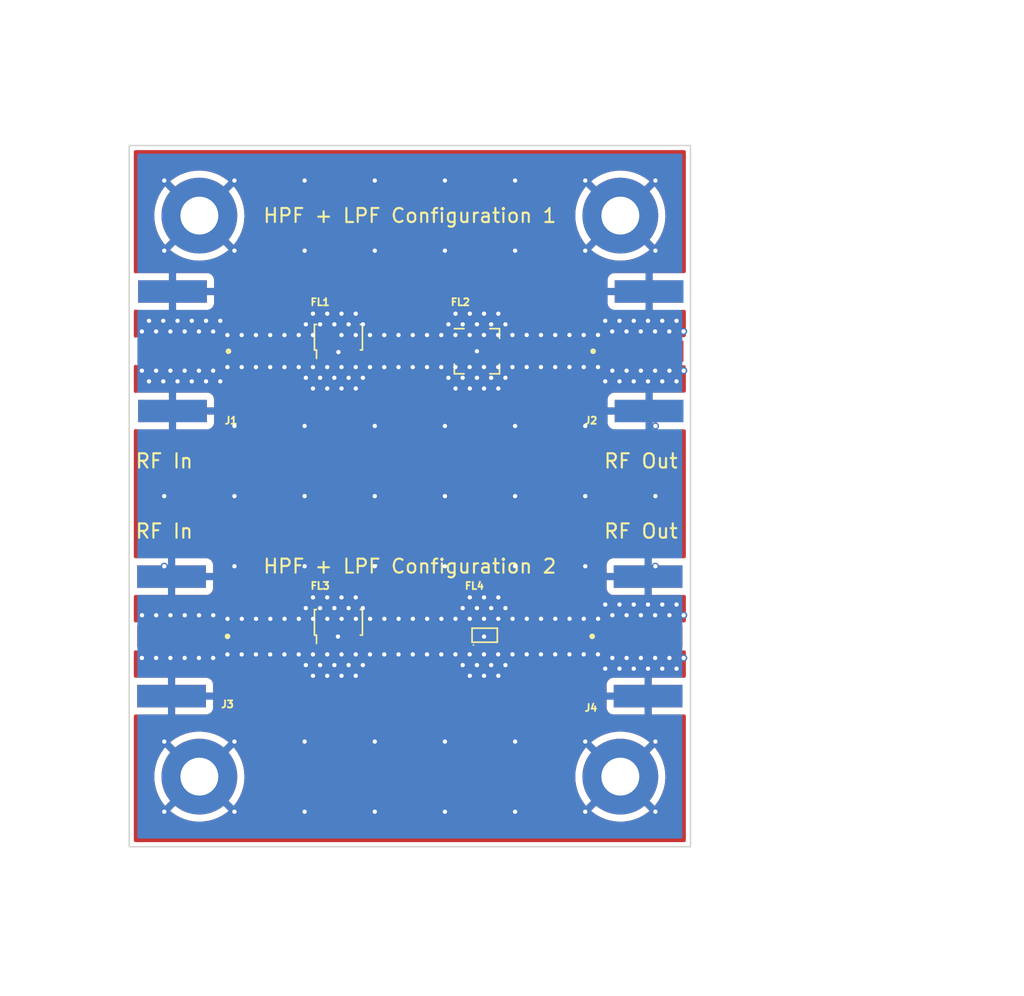
<source format=kicad_pcb>
(kicad_pcb (version 20211014) (generator pcbnew)
  (layers (0 "F.Cu" signal) (31 "B.Cu" signal) (34 "B.Paste" user) (35 "F.Paste" user) (36 "B.SilkS" user "B.Silkscreen") (37 "F.SilkS" user "F.Silkscreen") (38 "B.Mask" user) (39 "F.Mask" user) (44 "Edge.Cuts" user))
  (net 0 "")
  (net 1 "/RF_In1")
  (net 2 "GND")
  (net 3 "/HPF_out1")
  (net 4 "/RF_Out1")
  (net 5 "/RF_In2")
  (net 6 "/HPF_out2")
  (net 7 "/RF_Out2")
  (footprint "MountingHole:MountingHole_2.7mm_M2.5_Pad" (layer "F.Cu") (at 125 135)
    (fp_text reference "H2" hide)
    (fp_text value "M2.5")
    (pad "1" thru_hole circle (at 0 0) (size 5.4 5.4) (drill 2.7) (layers *.Cu *.Mask) (net 2 "GND"))
  )
  (footprint "GGS_RF:JC0603C-1" (layer "F.Cu") (at 144.53301 125.315999)
    (fp_text reference "FL4" (at 0.06699 -3.915999 unlocked) (layer "F.SilkS") (effects (font (size 0.508 0.508) (thickness 0.127))))
    (fp_text value "LFCW-8000+")
    (fp_line (start -0.1 0.1) (end 1.7 0.1) (layer "F.SilkS") (width 0.12))
    (fp_line (start -0.1 -0.9) (end -0.1 0.1) (layer "F.SilkS") (width 0.12))
    (fp_line (start 1.7 -0.9) (end -0.1 -0.9) (layer "F.SilkS") (width 0.12))
    (fp_line (start 1.7 0.1) (end 1.7 -0.9) (layer "F.SilkS") (width 0.12))
    (fp_line (start 0 0.3) (end 0 0.3) (layer "F.SilkS") (width 0.12))
    (pad "1" smd rect (at 0.075 -0.4) (size 0.2 0.35) (layers "F.Cu" "F.Paste" "F.Mask") (net 6 "/HPF_out2"))
    (pad "2" smd rect (at 0.8 -0.075) (size 0.75 0.2) (layers "F.Cu" "F.Paste" "F.Mask") (net 2 "GND"))
    (pad "3" smd rect (at 1.525 -0.4) (size 0.2 0.35) (layers "F.Cu" "F.Paste" "F.Mask") (net 7 "/RF_Out2"))
    (pad "4" smd rect (at 0.8 -0.725) (size 0.75 0.2) (layers "F.Cu" "F.Paste" "F.Mask") (net 2 "GND"))
  )
  (footprint "MountingHole:MountingHole_2.7mm_M2.5_Pad" (layer "F.Cu") (at 155 135)
    (fp_text reference "H4" hide)
    (fp_text value "M2.5")
    (pad "1" thru_hole circle (at 0 0) (size 5.4 5.4) (drill 2.7) (layers *.Cu *.Mask) (net 2 "GND"))
  )
  (footprint "Filter:Filter_Mini-Circuits_FV1206-1" (layer "F.Cu") (at 134.908333 124 90)
    (fp_text reference "FL3" (at 2.6 -1.304333) (layer "F.SilkS") (effects (font (size 0.508 0.508) (thickness 0.127))))
    (fp_text value "HFCN-5500")
    (fp_line (start 0.91 -1.71) (end -0.91 -1.71) (layer "F.SilkS") (width 0.12))
    (fp_line (start 0.91 1.71) (end -0.91 1.71) (layer "F.SilkS") (width 0.12))
    (fp_line (start -0.91 -1.56) (end -0.91 -1.71) (layer "F.SilkS") (width 0.12))
    (fp_line (start -0.91 -1.56) (end -1.51 -1.56) (layer "F.SilkS") (width 0.12))
    (fp_line (start -0.91 1.71) (end -0.91 1.56) (layer "F.SilkS") (width 0.12))
    (fp_line (start 0.91 1.71) (end 0.91 1.56) (layer "F.SilkS") (width 0.12))
    (fp_line (start 0.91 -1.56) (end 0.91 -1.71) (layer "F.SilkS") (width 0.12))
    (pad "1" smd roundrect (at -1.025 -0.99 90) (size 1.07 0.61) (layers "F.Cu" "F.Paste" "F.Mask") (net 5 "/RF_In2"))
    (pad "2" smd roundrect (at -1.025 0 90) (size 1.07 0.61) (layers "F.Cu" "F.Paste" "F.Mask") (net 2 "GND"))
    (pad "3" smd roundrect (at -1.025 0.99 90) (size 1.07 0.61) (layers "F.Cu" "F.Paste" "F.Mask") (net 6 "/HPF_out2"))
    (pad "4" smd roundrect (at 1.025 0.99 90) (size 1.07 0.61) (layers "F.Cu" "F.Paste" "F.Mask") (net 2 "GND"))
    (pad "5" smd roundrect (at 1.025 0 90) (size 1.07 0.61) (layers "F.Cu" "F.Paste" "F.Mask") (net 2 "GND"))
    (pad "6" smd roundrect (at 1.025 -0.99 90) (size 1.07 0.61) (layers "F.Cu" "F.Paste" "F.Mask") (net 2 "GND"))
  )
  (footprint "MountingHole:MountingHole_2.7mm_M2.5_Pad" (layer "F.Cu") (at 155 95)
    (fp_text reference "H3" hide)
    (fp_text value "M2.5")
    (pad "1" thru_hole circle (at 0 0) (size 5.4 5.4) (drill 2.7) (layers *.Cu *.Mask) (net 2 "GND"))
  )
  (footprint "Package_DFN_QFN:QFN-12-1EP_3x3mm_P0.51mm_EP1.45x1.45mm" (layer "F.Cu") (at 144.78 104.669998)
    (fp_text reference "FL2" (at -1.18 -3.499998) (layer "F.SilkS") (effects (font (size 0.508 0.508) (thickness 0.127))))
    (fp_text value "XLF-962+")
    (fp_line (start -0.92 -1.61) (end -1.61 -1.61) (layer "F.SilkS") (width 0.12))
    (fp_line (start 1.61 -1.61) (end 1.61 -0.92) (layer "F.SilkS") (width 0.12))
    (fp_line (start 0.92 -1.61) (end 1.61 -1.61) (layer "F.SilkS") (width 0.12))
    (fp_line (start 1.61 1.61) (end 1.61 0.92) (layer "F.SilkS") (width 0.12))
    (fp_line (start 0.92 1.61) (end 1.61 1.61) (layer "F.SilkS") (width 0.12))
    (fp_line (start -0.92 1.61) (end -1.61 1.61) (layer "F.SilkS") (width 0.12))
    (fp_line (start -1.61 1.61) (end -1.61 0.92) (layer "F.SilkS") (width 0.12))
    (pad "1" smd roundrect locked (at -1.4375 -0.51) (size 0.875 0.3) (layers "F.Cu" "F.Paste" "F.Mask") (net 2 "GND"))
    (pad "2" smd roundrect locked (at -1.4375 0) (size 0.875 0.3) (layers "F.Cu" "F.Paste" "F.Mask") (net 3 "/HPF_out1"))
    (pad "3" smd roundrect locked (at -1.4375 0.51) (size 0.875 0.3) (layers "F.Cu" "F.Paste" "F.Mask") (net 2 "GND"))
    (pad "4" smd roundrect locked (at -0.51 1.4375) (size 0.3 0.875) (layers "F.Cu" "F.Paste" "F.Mask") (net 2 "GND"))
    (pad "5" smd roundrect locked (at 0 1.4375) (size 0.3 0.875) (layers "F.Cu" "F.Paste" "F.Mask") (net 2 "GND"))
    (pad "6" smd roundrect locked (at 0.51 1.4375) (size 0.3 0.875) (layers "F.Cu" "F.Paste" "F.Mask") (net 2 "GND"))
    (pad "7" smd roundrect locked (at 1.4375 0.51) (size 0.875 0.3) (layers "F.Cu" "F.Paste" "F.Mask") (net 2 "GND"))
    (pad "8" smd roundrect locked (at 1.4375 0) (size 0.875 0.3) (layers "F.Cu" "F.Paste" "F.Mask") (net 4 "/RF_Out1"))
    (pad "9" smd roundrect locked (at 1.4375 -0.51) (size 0.875 0.3) (layers "F.Cu" "F.Paste" "F.Mask") (net 2 "GND"))
    (pad "10" smd roundrect locked (at 0.51 -1.4375) (size 0.3 0.875) (layers "F.Cu" "F.Paste" "F.Mask") (net 2 "GND"))
    (pad "11" smd roundrect locked (at 0 -1.4375) (size 0.3 0.875) (layers "F.Cu" "F.Paste" "F.Mask") (net 2 "GND"))
    (pad "12" smd roundrect locked (at -0.51 -1.4375) (size 0.3 0.875) (layers "F.Cu" "F.Paste" "F.Mask") (net 2 "GND"))
    (pad "13" smd rect locked (at 0 0) (size 1.45 1.45) (layers "F.Cu" "F.Mask") (net 2 "GND"))
  )
  (footprint "GGS_Connectors:LINX_CONSMA020.062-G" (layer "F.Cu") (at 120.5675 125 -90)
    (fp_text reference "J3" (at 4.842 -6.4325 180) (layer "F.SilkS") (effects (font (size 0.508 0.508) (thickness 0.127))))
    (fp_text value "SMA")
    (fp_circle (center 0 -6.44) (end 0.1 -6.44) (layer "F.SilkS") (width 0.2) (fill none))
    (pad "1" smd rect locked (at 0 -2.8 270) (size 1.5 5.6) (layers "F.Cu" "F.Paste" "F.Mask") (net 5 "/RF_In2"))
    (pad "S1" smd rect locked (at -4.26 -2.45 270) (size 1.6 4.9) (layers "F.Cu" "F.Paste" "F.Mask") (net 2 "GND"))
    (pad "S2" smd rect locked (at 4.26 -2.45 270) (size 1.6 4.9) (layers "F.Cu" "F.Paste" "F.Mask") (net 2 "GND"))
    (pad "S3" smd rect locked (at -4.26 -2.45 270) (size 1.6 4.9) (layers "B.Cu" "B.Paste" "B.Mask") (net 2 "GND"))
    (pad "S4" smd rect locked (at 4.26 -2.45 270) (size 1.6 4.9) (layers "B.Cu" "B.Paste" "B.Mask") (net 2 "GND"))
  )
  (footprint "GGS_Connectors:LINX_CONSMA020.062-G" (layer "F.Cu") (at 159.5 104.67 90)
    (fp_text reference "J2" (at -4.942 -6.592 180) (layer "F.SilkS") (effects (font (size 0.508 0.508) (thickness 0.127))))
    (fp_text value "SMA" hide)
    (fp_circle (center 0 -6.44) (end 0.1 -6.44) (layer "F.SilkS") (width 0.2) (fill none))
    (pad "1" smd rect locked (at 0 -2.8 90) (size 1.5 5.6) (layers "F.Cu" "F.Paste" "F.Mask") (net 4 "/RF_Out1"))
    (pad "S1" smd rect locked (at -4.26 -2.45 90) (size 1.6 4.9) (layers "F.Cu" "F.Paste" "F.Mask") (net 2 "GND"))
    (pad "S2" smd rect locked (at 4.26 -2.45 90) (size 1.6 4.9) (layers "F.Cu" "F.Paste" "F.Mask") (net 2 "GND"))
    (pad "S3" smd rect locked (at -4.26 -2.45 90) (size 1.6 4.9) (layers "B.Cu" "B.Paste" "B.Mask") (net 2 "GND"))
    (pad "S4" smd rect locked (at 4.26 -2.45 90) (size 1.6 4.9) (layers "B.Cu" "B.Paste" "B.Mask") (net 2 "GND"))
  )
  (footprint "MountingHole:MountingHole_2.7mm_M2.5_Pad" (layer "F.Cu") (at 125 95)
    (fp_text reference "H1" hide)
    (fp_text value "M2.5")
    (pad "1" thru_hole circle (at 0 0) (size 5.4 5.4) (drill 2.7) (layers *.Cu *.Mask) (net 2 "GND"))
  )
  (footprint "GGS_Connectors:LINX_CONSMA020.062-G" (layer "F.Cu") (at 159.4325 125 90)
    (fp_text reference "J4" (at -5.096 -6.5245 180) (layer "F.SilkS") (effects (font (size 0.508 0.508) (thickness 0.127))))
    (fp_text value "SMA")
    (fp_circle (center 0 -6.44) (end 0.1 -6.44) (layer "F.SilkS") (width 0.2) (fill none))
    (pad "1" smd rect locked (at 0 -2.8 90) (size 1.5 5.6) (layers "F.Cu" "F.Paste" "F.Mask") (net 7 "/RF_Out2"))
    (pad "S1" smd rect locked (at -4.26 -2.45 90) (size 1.6 4.9) (layers "F.Cu" "F.Paste" "F.Mask") (net 2 "GND"))
    (pad "S2" smd rect locked (at 4.26 -2.45 90) (size 1.6 4.9) (layers "F.Cu" "F.Paste" "F.Mask") (net 2 "GND"))
    (pad "S3" smd rect locked (at -4.26 -2.45 90) (size 1.6 4.9) (layers "B.Cu" "B.Paste" "B.Mask") (net 2 "GND"))
    (pad "S4" smd rect locked (at 4.26 -2.45 90) (size 1.6 4.9) (layers "B.Cu" "B.Paste" "B.Mask") (net 2 "GND"))
  )
  (footprint "Filter:Filter_Mini-Circuits_FV1206-1" (layer "F.Cu") (at 134.908333 103.670001 90)
    (fp_text reference "FL1" (at 2.500001 -1.308333 180) (layer "F.SilkS") (effects (font (size 0.508 0.508) (thickness 0.127))))
    (fp_text value "HFCN-5500")
    (fp_line (start 0.91 -1.71) (end -0.91 -1.71) (layer "F.SilkS") (width 0.12))
    (fp_line (start 0.91 -1.56) (end 0.91 -1.71) (layer "F.SilkS") (width 0.12))
    (fp_line (start -0.91 -1.56) (end -1.51 -1.56) (layer "F.SilkS") (width 0.12))
    (fp_line (start -0.91 -1.56) (end -0.91 -1.71) (layer "F.SilkS") (width 0.12))
    (fp_line (start 0.91 1.71) (end -0.91 1.71) (layer "F.SilkS") (width 0.12))
    (fp_line (start -0.91 1.71) (end -0.91 1.56) (layer "F.SilkS") (width 0.12))
    (fp_line (start 0.91 1.71) (end 0.91 1.56) (layer "F.SilkS") (width 0.12))
    (pad "1" smd roundrect locked (at -1.025 -0.99 90) (size 1.07 0.61) (layers "F.Cu" "F.Paste" "F.Mask") (net 1 "/RF_In1"))
    (pad "2" smd roundrect locked (at -1.025 0 90) (size 1.07 0.61) (layers "F.Cu" "F.Paste" "F.Mask") (net 2 "GND"))
    (pad "3" smd roundrect locked (at -1.025 0.99 90) (size 1.07 0.61) (layers "F.Cu" "F.Paste" "F.Mask") (net 3 "/HPF_out1"))
    (pad "4" smd roundrect locked (at 1.025 0.99 90) (size 1.07 0.61) (layers "F.Cu" "F.Paste" "F.Mask") (net 2 "GND"))
    (pad "5" smd roundrect locked (at 1.025 0 90) (size 1.07 0.61) (layers "F.Cu" "F.Paste" "F.Mask") (net 2 "GND"))
    (pad "6" smd roundrect locked (at 1.025 -0.99 90) (size 1.07 0.61) (layers "F.Cu" "F.Paste" "F.Mask") (net 2 "GND"))
  )
  (footprint "GGS_Connectors:LINX_CONSMA020.062-G" (layer "F.Cu") (at 120.635 104.67 -90)
    (fp_text reference "J1" (at 4.942 -6.619) (layer "F.SilkS") (effects (font (size 0.508 0.508) (thickness 0.127))))
    (fp_text value "SMA" hide)
    (fp_circle (center 0 -6.44) (end 0.1 -6.44) (layer "F.SilkS") (width 0.2) (fill none))
    (pad "1" smd rect locked (at 0 -2.8 270) (size 1.5 5.6) (layers "F.Cu" "F.Paste" "F.Mask") (net 1 "/RF_In1"))
    (pad "S1" smd rect locked (at -4.26 -2.45 270) (size 1.6 4.9) (layers "F.Cu" "F.Paste" "F.Mask") (net 2 "GND"))
    (pad "S2" smd rect locked (at 4.26 -2.45 270) (size 1.6 4.9) (layers "F.Cu" "F.Paste" "F.Mask") (net 2 "GND"))
    (pad "S3" smd rect locked (at -4.26 -2.45 270) (size 1.6 4.9) (layers "B.Cu" "B.Paste" "B.Mask") (net 2 "GND"))
    (pad "S4" smd rect locked (at 4.26 -2.45 270) (size 1.6 4.9) (layers "B.Cu" "B.Paste" "B.Mask") (net 2 "GND"))
  )
  (gr_rect (start 120 90) (end 160 140) (layer "Edge.Cuts") (width 0.1) (fill none))
  (gr_text "HPF + LPF Configuration 2" (at 140 120) (layer "F.SilkS") (effects (font (size 1 1))))
  (gr_text "RF In" (at 122.5 112.5) (layer "F.SilkS") (effects (font (size 1.016 1.016) (thickness 0.1524))))
  (gr_text "HPF + LPF Configuration 1" (at 140 95) (layer "F.SilkS") (effects (font (size 1 1))))
  (gr_text "RF Out" (at 156.464 117.5) (layer "F.SilkS") (effects (font (size 1.016 1.016) (thickness 0.1524))))
  (gr_text "RF In" (at 122.5 117.5) (layer "F.SilkS") (effects (font (size 1.016 1.016) (thickness 0.1524))))
  (gr_text "RF Out" (at 156.464 112.5) (layer "F.SilkS") (effects (font (size 1.016 1.016) (thickness 0.1524))))
  (segment (start 123.299988 104.67) (end 133.5 104.670001) (width 0.84074) (layer "F.Cu") (net 1))
  (segment (start 145.33301 124.590999) (end 145.33301 123.53701) (width 0.4) (layer "F.Cu") (net 2))
  (segment (start 145.33301 124.590999) (end 145.33301 125.98699) (width 0.4) (layer "F.Cu") (net 2))
  (via (at 154.432 123.492) (size 0.508) (drill 0.3048) (layers "F.Cu" "B.Cu") (net 2))
  (via (at 146.304 101.992) (size 0.508) (drill 0.3048) (layers "F.Cu" "B.Cu") (net 2))
  (via (at 156.464 106.056) (size 0.508) (drill 0.3048) (layers "F.Cu" "B.Cu") (net 2))
  (via (at 124.968 103.262) (size 0.508) (drill 0.3048) (layers "F.Cu" "B.Cu") (net 2))
  (via (at 132.5 132.5) (size 0.508) (drill 0.3048) (layers "F.Cu" "B.Cu") (net 2))
  (via (at 157.5 97.5) (size 0.508) (drill 0.3048) (layers "F.Cu" "B.Cu") (net 2))
  (via (at 153.407125 103.512151) (size 0.508) (drill 0.3048) (layers "F.Cu" "B.Cu") (net 2))
  (via (at 159.512 106.056) (size 0.508) (drill 0.3048) (layers "F.Cu" "B.Cu") (net 2))
  (via (at 144.78 106.564) (size 0.508) (drill 0.3048) (layers "F.Cu" "B.Cu") (net 2))
  (via (at 145.288 127.81) (size 0.508) (drill 0.3048) (layers "F.Cu" "B.Cu") (net 2))
  (via (at 135.636 127.048) (size 0.508) (drill 0.3048) (layers "F.Cu" "B.Cu") (net 2))
  (via (at 123.444 102.5) (size 0.508) (drill 0.3048) (layers "F.Cu" "B.Cu") (net 2))
  (via (at 133.096 126.286) (size 0.508) (drill 0.3048) (layers "F.Cu" "B.Cu") (net 2))
  (via (at 148.327125 105.798151) (size 0.508) (drill 0.3048) (layers "F.Cu" "B.Cu") (net 2))
  (via (at 137.166986 123.748592) (size 0.508) (drill 0.3048) (layers "F.Cu" "B.Cu") (net 2))
  (via (at 155.956 122.73) (size 0.508) (drill 0.3048) (layers "F.Cu" "B.Cu") (net 2))
  (via (at 137.5 92.5) (size 0.508) (drill 0.3048) (layers "F.Cu" "B.Cu") (net 2))
  (via (at 159.004 127.302) (size 0.508) (drill 0.3048) (layers "F.Cu" "B.Cu") (net 2))
  (via (at 140.208 105.802) (size 0.508) (drill 0.3048) (layers "F.Cu" "B.Cu") (net 2))
  (via (at 122.5 92.5) (size 0.508) (drill 0.3048) (layers "F.Cu" "B.Cu") (net 2))
  (via (at 136.150986 123.748592) (size 0.508) (drill 0.3048) (layers "F.Cu" "B.Cu") (net 2))
  (via (at 142.5 97.5) (size 0.508) (drill 0.3048) (layers "F.Cu" "B.Cu") (net 2))
  (via (at 142.748 102.754) (size 0.508) (drill 0.3048) (layers "F.Cu" "B.Cu") (net 2))
  (via (at 136.144 122.222) (size 0.508) (drill 0.3048) (layers "F.Cu" "B.Cu") (net 2))
  (via (at 136.144 105.802) (size 0.508) (drill 0.3048) (layers "F.Cu" "B.Cu") (net 2))
  (via (at 159.004 122.73) (size 0.508) (drill 0.3048) (layers "F.Cu" "B.Cu") (net 2))
  (via (at 153.407125 126.282151) (size 0.508) (drill 0.3048) (layers "F.Cu" "B.Cu") (net 2))
  (via (at 127.5 120) (size 0.508) (drill 0.3048) (layers "F.Cu" "B.Cu") (net 2))
  (via (at 122.936 103.262) (size 0.508) (drill 0.3048) (layers "F.Cu" "B.Cu") (net 2))
  (via (at 138.182986 123.748592) (size 0.508) (drill 0.3048) (layers "F.Cu" "B.Cu") (net 2))
  (via (at 134.62 127.048) (size 0.508) (drill 0.3048) (layers "F.Cu" "B.Cu") (net 2))
  (via (at 154.94 122.73) (size 0.508) (drill 0.3048) (layers "F.Cu" "B.Cu") (net 2))
  (via (at 147.5 97.5) (size 0.508) (drill 0.3048) (layers "F.Cu" "B.Cu") (net 2))
  (via (at 145.28801 125.015999) (size 0.508) (drill 0.3048) (layers "F.Cu" "B.Cu") (net 2))
  (via (at 150.359125 103.512151) (size 0.508) (drill 0.3048) (layers "F.Cu" "B.Cu") (net 2))
  (via (at 147.311125 103.512151) (size 0.508) (drill 0.3048) (layers "F.Cu" "B.Cu") (net 2))
  (via (at 133.604 106.564) (size 0.508) (drill 0.3048) (layers "F.Cu" "B.Cu") (net 2))
  (via (at 145.279125 105.798151) (size 0.508) (drill 0.3048) (layers "F.Cu" "B.Cu") (net 2))
  (via (at 158.496 126.54) (size 0.508) (drill 0.3048) (layers "F.Cu" "B.Cu") (net 2))
  (via (at 128.016 105.802) (size 0.508) (drill 0.3048) (layers "F.Cu" "B.Cu") (net 2))
  (via (at 134.874 125.016) (size 0.508) (drill 0.3048) (layers "F.Cu" "B.Cu") (net 2))
  (via (at 132.5 110) (size 0.508) (drill 0.3048) (layers "F.Cu" "B.Cu") (net 2))
  (via (at 138.176 103.516) (size 0.508) (drill 0.3048) (layers "F.Cu" "B.Cu") (net 2))
  (via (at 156.457014 103.259408) (size 0.508) (drill 0.3048) (layers "F.Cu" "B.Cu") (net 2))
  (via (at 145.796 122.984) (size 0.508) (drill 0.3048) (layers "F.Cu" "B.Cu") (net 2))
  (via (at 121.92 106.056) (size 0.508) (drill 0.3048) (layers "F.Cu" "B.Cu") (net 2))
  (via (at 121.92 103.262) (size 0.508) (drill 0.3048) (layers "F.Cu" "B.Cu") (net 2))
  (via (at 137.16 126.286) (size 0.508) (drill 0.3048) (layers "F.Cu" "B.Cu") (net 2))
  (via (at 135.636 122.984) (size 0.508) (drill 0.3048) (layers "F.Cu" "B.Cu") (net 2))
  (via (at 157.48 106.056) (size 0.508) (drill 0.3048) (layers "F.Cu" "B.Cu") (net 2))
  (via (at 133.096 101.992) (size 0.508) (drill 0.3048) (layers "F.Cu" "B.Cu") (net 2))
  (via (at 124.974986 123.494592) (size 0.508) (drill 0.3048) (layers "F.Cu" "B.Cu") (net 2))
  (via (at 153.924 122.73) (size 0.508) (drill 0.3048) (layers "F.Cu" "B.Cu") (net 2))
  (via (at 150.366111 123.744743) (size 0.508) (drill 0.3048) (layers "F.Cu" "B.Cu") (net 2))
  (via (at 132.5 97.5) (size 0.508) (drill 0.3048) (layers "F.Cu" "B.Cu") (net 2))
  (via (at 158.496 123.492) (size 0.508) (drill 0.3048) (layers "F.Cu" "B.Cu") (net 2))
  (via (at 157.48 126.54) (size 0.508) (drill 0.3048) (layers "F.Cu" "B.Cu") (net 2))
  (via (at 153.924 102.5) (size 0.508) (drill 0.3048) (layers "F.Cu" "B.Cu") (net 2))
  (via (at 146.812 122.984) (size 0.508) (drill 0.3048) (layers "F.Cu" "B.Cu") (net 2))
  (via (at 150.359125 105.798151) (size 0.508) (drill 0.3048) (layers "F.Cu" "B.Cu") (net 2))
  (via (at 134.112 105.802) (size 0.508) (drill 0.3048) (layers "F.Cu" "B.Cu") (net 2))
  (via (at 134.112 126.286) (size 0.508) (drill 0.3048) (layers "F.Cu" "B.Cu") (net 2))
  (via (at 159.004 102.5) (size 0.508) (drill 0.3048) (layers "F.Cu" "B.Cu") (net 2))
  (via (at 155.448 123.492) (size 0.508) (drill 0.3048) (layers "F.Cu" "B.Cu") (net 2))
  (via (at 135.128 107.326) (size 0.508) (drill 0.3048) (layers "F.Cu" "B.Cu") (net 2))
  (via (at 154.94 127.302) (size 0.508) (drill 0.3048) (layers "F.Cu" "B.Cu") (net 2))
  (via (at 123.444 106.818) (size 0.508) (drill 0.3048) (layers "F.Cu" "B.Cu") (net 2))
  (via (at 127.5 137.5) (size 0.508) (drill 0.3048) (layers "F.Cu" "B.Cu") (net 2))
  (via (at 122.936 126.54) (size 0.508) (drill 0.3048) (layers "F.Cu" "B.Cu") (net 2))
  (via (at 136.144 126.286) (size 0.508) (drill 0.3048) (layers "F.Cu" "B.Cu") (net 2))
  (via (at 141.230986 123.748592) (size 0.508) (drill 0.3048) (layers "F.Cu" "B.Cu") (net 2))
  (via (at 154.94 102.5) (size 0.508) (drill 0.3048) (layers "F.Cu" "B.Cu") (net 2))
  (via (at 140.208 126.286) (size 0.508) (drill 0.3048) (layers "F.Cu" "B.Cu") (net 2))
  (via (at 145.796 102.754) (size 0.508) (drill 0.3048) (layers "F.Cu" "B.Cu") (net 2))
  (via (at 136.144 127.81) (size 0.508) (drill 0.3048) (layers "F.Cu" "B.Cu") (net 2))
  (via (at 141.224 126.286) (size 0.508) (drill 0.3048) (layers "F.Cu" "B.Cu") (net 2))
  (via (at 156.972 102.5) (size 0.508) (drill 0.3048) (layers "F.Cu" "B.Cu") (net 2))
  (via (at 132.588 122.984) (size 0.508) (drill 0.3048) (layers "F.Cu" "B.Cu") (net 2))
  (via (at 132.5 137.5) (size 0.508) (drill 0.3048) (layers "F.Cu" "B.Cu") (net 2))
  (via (at 133.604 122.984) (size 0.508) (drill 0.3048) (layers "F.Cu" "B.Cu") (net 2))
  (via (at 122.5 97.5) (size 0.508) (drill 0.3048) (layers "F.Cu" "B.Cu") (net 2))
  (via (at 130.054986 123.748592) (size 0.508) (drill 0.3048) (layers "F.Cu" "B.Cu") (net 2))
  (via (at 137.5 97.5) (size 0.508) (drill 0.3048) (layers "F.Cu" "B.Cu") (net 2))
  (via (at 134.62 106.564) (size 0.508) (drill 0.3048) (layers "F.Cu" "B.Cu") (net 2))
  (via (at 143.247125 105.798151) (size 0.508) (drill 0.3048) (layers "F.Cu" "B.Cu") (net 2))
  (via (at 140.214986 123.748592) (size 0.508) (drill 0.3048) (layers "F.Cu" "B.Cu") (net 2))
  (via (at 125.984 126.54) (size 0.508) (drill 0.3048) (layers "F.Cu" "B.Cu") (net 2))
  (via (at 149.343125 105.798151) (size 0.508) (drill 0.3048) (layers "F.Cu" "B.Cu") (net 2))
  (via (at 147.318111 123.744743) (size 0.508) (drill 0.3048) (layers "F.Cu" "B.Cu") (net 2))
  (via (at 146.812 127.048) (size 0.508) (drill 0.3048) (layers "F.Cu" "B.Cu") (net 2))
  (via (at 135.134986 123.748592) (size 0.508) (drill 0.3048) (layers "F.Cu" "B.Cu") (net 2))
  (via (at 159.004 106.818) (size 0.508) (drill 0.3048) (layers "F.Cu" "B.Cu") (net 2))
  (via (at 151.382111 123.744743) (size 0.508) (drill 0.3048) (layers "F.Cu" "B.Cu") (net 2))
  (via (at 125.476 102.5) (size 0.508) (drill 0.3048) (layers "F.Cu" "B.Cu") (net 2))
  (via (at 132.5 120) (size 0.508) (drill 0.3048) (layers "F.Cu" "B.Cu") (net 2))
  (via (at 154.94 106.818) (size 0.508) (drill 0.3048) (layers "F.Cu" "B.Cu") (net 2))
  (via (at 142.5 132.5) (size 0.508) (drill 0.3048) (layers "F.Cu" "B.Cu") (net 2))
  (via (at 132.5 115) (size 0.508) (drill 0.3048) (layers "F.Cu" "B.Cu") (net 2))
  (via (at 145.288 107.326) (size 0.508) (drill 0.3048) (layers "F.Cu" "B.Cu") (net 2))
  (via (at 153.414111 123.744743) (size 0.508) (drill 0.3048) (layers "F.Cu" "B.Cu") (net 2))
  (via (at 145.796 127.048) (size 0.508) (drill 0.3048) (layers "F.Cu" "B.Cu") (net 2))
  (via (at 136.652 106.564) (size 0.508) (drill 0.3048) (layers "F.Cu" "B.Cu") (net 2))
  (via (at 139.192 103.516) (size 0.508) (drill 0.3048) (layers "F.Cu" "B.Cu") (net 2))
  (via (at 122.428 102.5) (size 0.508) (drill 0.3048) (layers "F.Cu" "B.Cu") (net 2))
  (via (at 127.5 115) (size 0.508) (drill 0.3048) (layers "F.Cu" "B.Cu") (net 2))
  (via (at 136.652 102.754) (size 0.508) (drill 0.3048) (layers "F.Cu" "B.Cu") (net 2))
  (via (at 126.492 106.818) (size 0.508) (drill 0.3048) (layers "F.Cu" "B.Cu") (net 2))
  (via (at 155.448 126.54) (size 0.508) (drill 0.3048) (layers "F.Cu" "B.Cu") (net 2))
  (via (at 123.952 126.54) (size 0.508) (drill 0.3048) (layers "F.Cu" "B.Cu") (net 2))
  (via (at 143.247125 126.282151) (size 0.508) (drill 0.3048) (layers "F.Cu" "B.Cu") (net 2))
  (via (at 121.412 106.818) (size 0.508) (drill 0.3048) (layers "F.Cu" "B.Cu") (net 2))
  (via (at 122.5 132.5) (size 0.508) (drill 0.3048) (layers "F.Cu" "B.Cu") (net 2))
  (via (at 142.5 120) (size 0.508) (drill 0.3048) (layers "F.Cu" "B.Cu") (net 2))
  (via (at 145.279125 126.282151) (size 0.508) (drill 0.3048) (layers "F.Cu" "B.Cu") (net 2))
  (via (at 128.022986 123.748592) (size 0.508) (drill 0.3048) (layers "F.Cu" "B.Cu") (net 2))
  (via (at 152.5 132.5) (size 0.508) (drill 0.3048) (layers "F.Cu" "B.Cu") (net 2))
  (via (at 129.032 103.516) (size 0.508) (drill 0.3048) (layers "F.Cu" "B.Cu") (net 2))
  (via (at 154.432 106.056) (size 0.508) (drill 0.3048) (layers "F.Cu" "B.Cu") (net 2))
  (via (at 152.5 115) (size 0.508) (drill 0.3048) (layers "F.Cu" "B.Cu") (net 2))
  (via (at 152.5 92.5) (size 0.508) (drill 0.3048) (layers "F.Cu" "B.Cu") (net 2))
  (via (at 134.112 101.992) (size 0.508) (drill 0.3048) (layers "F.Cu" "B.Cu") (net 2))
  (via (at 142.5 92.5) (size 0.508) (drill 0.3048) (layers "F.Cu" "B.Cu") (net 2))
  (via (at 157.988 102.5) (size 0.508) (drill 0.3048) (layers "F.Cu" "B.Cu") (net 2))
  (via (at 133.096 122.222) (size 0.508) (drill 0.3048) (layers "F.Cu" "B.Cu") (net 2))
  (via (at 143.764 122.984) (size 0.508) (drill 0.3048) (layers "F.Cu" "B.Cu") (net 2))
  (via (at 124.968 126.54) (size 0.508) (drill 0.3048) (layers "F.Cu" "B.Cu") (net 2))
  (via (at 137.5 137.5) (size 0.508) (drill 0.3048) (layers "F.Cu" "B.Cu") (net 2))
  (via (at 146.295125 105.798151) (size 0.508) (drill 0.3048) (layers "F.Cu" "B.Cu") (net 2))
  (via (at 132.08 126.286) (size 0.508) (drill 0.3048) (layers "F.Cu" "B.Cu") (net 2))
  (via (at 144.272 101.992) (size 0.508) (drill 0.3048) (layers "F.Cu" "B.Cu") (net 2))
  (via (at 137.5 120) (size 0.508) (drill 0.3048) (layers "F.Cu" "B.Cu") (net 2))
  (via (at 155.956 127.302) (size 0.508) (drill 0.3048) (layers "F.Cu" "B.Cu") (net 2))
  (via (at 129.038986 123.748592) (size 0.508) (drill 0.3048) (layers "F.Cu" "B.Cu") (net 2))
  (via (at 156.972 106.818) (size 0.508) (drill 0.3048) (layers "F.Cu" "B.Cu") (net 2))
  (via (at 155.956 102.5) (size 0.508) (drill 0.3048) (layers "F.Cu" "B.Cu") (net 2))
  (via (at 156.972 122.73) (size 0.508) (drill 0.3048) (layers "F.Cu" "B.Cu") (net 2))
  (via (at 152.398111 123.744743) (size 0.508) (drill 0.3048) (layers "F.Cu" "B.Cu") (net 2))
  (via (at 137.16 103.516) (size 0.508) (drill 0.3048) (layers "F.Cu" "B.Cu") (net 2))
  (via (at 139.198986 123.748592) (size 0.508) (drill 0.3048) (layers "F.Cu" "B.Cu") (net 2))
  (via (at 134.112 107.326) (size 0.508) (drill 0.3048) (layers "F.Cu" "B.Cu") (net 2))
  (via (at 159.512 126.54) (size 0.508) (drill 0.3048) (layers "F.Cu" "B.Cu") (net 2))
  (via (at 131.064 103.516) (size 0.508) (drill 0.3048) (layers "F.Cu" "B.Cu") (net 2))
  (via (at 127.5 92.5) (size 0.508) (drill 0.3048) (layers "F.Cu" "B.Cu") (net 2))
  (via (at 122.936 106.056) (size 0.508) (drill 0.3048) (layers "F.Cu" "B.Cu") (net 2))
  (via (at 136.144 103.516) (size 0.508) (drill 0.3048) (layers "F.Cu" "B.Cu") (net 2))
  (via (at 159.505014 103.259408) (size 0.508) (drill 0.3048) (layers "F.Cu" "B.Cu") (net 2))
  (via (at 158.489014 103.259408) (size 0.508) (drill 0.3048) (layers "F.Cu" "B.Cu") (net 2))
  (via (at 132.086986 123.748592) (size 0.508) (drill 0.3048) (layers "F.Cu" "B.Cu") (net 2))
  (via (at 137.5 132.5) (size 0.508) (drill 0.3048) (layers "F.Cu" "B.Cu") (net 2))
  (via (at 128.016 103.516) (size 0.508) (drill 0.3048) (layers "F.Cu" "B.Cu") (net 2))
  (via (at 120.904 106.056) (size 0.508) (drill 0.3048) (layers "F.Cu" "B.Cu") (net 2))
  (via (at 157.5 132.5) (size 0.508) (drill 0.3048) (layers "F.Cu" "B.Cu") (net 2))
  (via (at 122.5 137.5) (size 0.508) (drill 0.3048) (layers "F.Cu" "B.Cu") (net 2))
  (via (at 132.588 102.754) (size 0.508) (drill 0.3048) (layers "F.Cu" "B.Cu") (net 2))
  (via (at 123.952 106.056) (size 0.508) (drill 0.3048) (layers "F.Cu" "B.Cu") (net 2))
  (via (at 135.636 106.564) (size 0.508) (drill 0.3048) (layers "F.Cu" "B.Cu") (net 2))
  (via (at 130.048 105.802) (size 0.508) (drill 0.3048) (layers "F.Cu" "B.Cu") (net 2))
  (via (at 144.263125 105.798151) (size 0.508) (drill 0.3048) (layers "F.Cu" "B.Cu") (net 2))
  (via (at 123.958986 123.494592) (size 0.508) (drill 0.3048) (layers "F.Cu" "B.Cu") (net 2))
  (via (at 155.448 106.056) (size 0.508) (drill 0.3048) (layers "F.Cu" "B.Cu") (net 2))
  (via (at 157.5 120) (size 0.508) (drill 0.3048) (layers "F.Cu" "B.Cu") (net 2))
  (via (at 149.343125 126.282151) (size 0.508) (drill 0.3048) (layers "F.Cu" "B.Cu") (net 2))
  (via (at 126.492 102.5) (size 0.508) (drill 0.3048) (layers "F.Cu" "B.Cu") (net 2))
  (via (at 149.350111 123.744743) (size 0.508) (drill 0.3048) (layers "F.Cu" "B.Cu") (net 2))
  (via (at 121.92 126.54) (size 0.508) (drill 0.3048) (layers "F.Cu" "B.Cu") (net 2))
  (via (at 152.391125 126.282151) (size 0.508) (drill 0.3048) (layers "F.Cu" "B.Cu") (net 2))
  (via (at 153.407125 105.798151) (size 0.508) (drill 0.3048) (layers "F.Cu" "B.Cu") (net 2))
  (via (at 133.604 127.048) (size 0.508) (drill 0.3048) (layers "F.Cu" "B.Cu") (net 2))
  (via (at 154.425014 103.259408) (size 0.508) (drill 0.3048) (layers "F.Cu" "B.Cu") (net 2))
  (via (at 144.78 122.984) (size 0.508) (drill 0.3048) (layers "F.Cu" "B.Cu") (net 2))
  (via (at 142.246986 123.748592) (size 0.508) (drill 0.3048) (layers "F.Cu" "B.Cu") (net 2))
  (via (at 135.128 103.516) (size 0.508) (drill 0.3048) (layers "F.Cu" "B.Cu") (net 2))
  (via (at 135.636 102.754) (size 0.508) (drill 0.3048) (layers "F.Cu" "B.Cu") (net 2))
  (via (at 122.5 120) (size 0.508) (drill 0.3048) (layers "F.Cu" "B.Cu") (net 2))
  (via (at 128.016 126.286) (size 0.508) (drill 0.3048) (layers "F.Cu" "B.Cu") (net 2))
  (via (at 127.006986 123.748592) (size 0.508) (drill 0.3048) (layers "F.Cu" "B.Cu") (net 2))
  (via (at 129.032 126.286) (size 0.508) (drill 0.3048) (layers "F.Cu" "B.Cu") (net 2))
  (via (at 134.112 122.222) (size 0.508) (drill 0.3048) (layers "F.Cu" "B.Cu") (net 2))
  (via (at 127 126.286) (size 0.508) (drill 0.3048) (layers "F.Cu" "B.Cu") (net 2))
  (via (at 134.112 127.81) (size 0.508) (drill 0.3048) (layers "F.Cu" "B.Cu") (net 2))
  (via (at 133.096 105.802) (size 0.508) (drill 0.3048) (layers "F.Cu" "B.Cu") (net 2))
  (via (at 130.048 103.516) (size 0.508) (drill 0.3048) (layers "F.Cu" "B.Cu") (net 2))
  (via (at 147.5 120) (size 0.508) (drill 0.3048) (layers "F.Cu" "B.Cu") (net 2))
  (via (at 135.128 127.81) (size 0.508) (drill 0.3048) (layers "F.Cu" "B.Cu") (net 2))
  (via (at 127 103.516) (size 0.508) (drill 0.3048) (layers "F.Cu" "B.Cu") (net 2))
  (via (at 135.128 122.222) (size 0.508) (drill 0.3048) (layers "F.Cu" "B.Cu") (net 2))
  (via (at 133.096 103.516) (size 0.508) (drill 0.3048) (layers "F.Cu" "B.Cu") (net 2))
  (via (at 130.048 126.286) (size 0.508) (drill 0.3048) (layers "F.Cu" "B.Cu") (net 2))
  (via (at 124.46 106.818) (size 0.508) (drill 0.3048) (layers "F.Cu" "B.Cu") (net 2))
  (via (at 147.5 110) (size 0.508) (drill 0.3048) (layers "F.Cu" "B.Cu") (net 2))
  (via (at 156.972 127.302) (size 0.508) (drill 0.3048) (layers "F.Cu" "B.Cu") (net 2))
  (via (at 145.796 106.564) (size 0.508) (drill 0.3048) (layers "F.Cu" "B.Cu") (net 2))
  (via (at 152.5 137.5) (size 0.508) (drill 0.3048) (layers "F.Cu" "B.Cu") (net 2))
  (via (at 146.302111 123.744743) (size 0.508) (drill 0.3048) (layers "F.Cu" "B.Cu") (net 2))
  (via (at 146.812 102.754) (size 0.508) (drill 0.3048) (layers "F.Cu" "B.Cu") (net 2))
  (via (at 123.952 103.262) (size 0.508) (drill 0.3048) (layers "F.Cu" "B.Cu") (net 2))
  (via (at 144.78 127.048) (size 0.508) (drill 0.3048) (layers "F.Cu" "B.Cu") (net 2))
  (via (at 133.096 107.326) (size 0.508) (drill 0.3048) (layers "F.Cu" "B.Cu") (net 2))
  (via (at 147.5 115) (size 0.508) (drill 0.3048) (layers "F.Cu" "B.Cu") (net 2))
  (via (at 138.176 126.286) (size 0.508) (drill 0.3048) (layers "F.Cu" "B.Cu") (net 2))
  (via (at 143.254111 123.744743) (size 0.508) (drill 0.3048) (layers "F.Cu" "B.Cu") (net 2))
  (via (at 125.476 106.818) (size 0.508) (drill 0.3048) (layers "F.Cu" "B.Cu") (net 2))
  (via (at 121.926986 123.494592) (size 0.508) (drill 0.3048) (layers "F.Cu" "B.Cu") (net 2))
  (via (at 124.46 102.5) (size 0.508) (drill 0.3048) (layers "F.Cu" "B.Cu") (net 2))
  (via (at 125.984 106.056) (size 0.508) (drill 0.3048) (layers "F.Cu" "B.Cu") (net 2))
  (via (at 158.496 106.056) (size 0.508) (drill 0.3048) (layers "F.Cu" "B.Cu") (net 2))
  (via (at 144.272 107.326) (size 0.508) (drill 0.3048) (layers "F.Cu" "B.Cu") (net 2))
  (via (at 120.910986 123.494592) (size 0.508) (drill 0.3048) (layers "F.Cu" "B.Cu") (net 2))
  (via (at 155.441014 103.259408) (size 0.508) (drill 0.3048) (layers "F.Cu" "B.Cu") (net 2))
  (via (at 142.5 115) (size 0.508) (drill 0.3048) (layers "F.Cu" "B.Cu") (net 2))
  (via (at 133.102986 123.748592) (size 0.508) (drill 0.3048) (layers "F.Cu" "B.Cu") (net 2))
  (via (at 134.62 122.984) (size 0.508) (drill 0.3048) (layers "F.Cu" "B.Cu") (net 2))
  (via (at 143.764 127.048) (size 0.508) (drill 0.3048) (layers "F.Cu" "B.Cu") (net 2))
  (via (at 142.748 106.564) (size 0.508) (drill 0.3048) (layers "F.Cu" "B.Cu") (net 2))
  (via (at 153.924 127.302) (size 0.508) (drill 0.3048) (layers "F.Cu" "B.Cu") (net 2))
  (via (at 142.24 105.802) (size 0.508) (drill 0.3048) (layers "F.Cu" "B.Cu") (net 2))
  (via (at 140.208 103.516) (size 0.508) (drill 0.3048) (layers "F.Cu" "B.Cu") (net 2))
  (via (at 157.48 123.492) (size 0.508) (drill 0.3048) (layers "F.Cu" "B.Cu") (net 2))
  (via (at 125.984 103.262) (size 0.508) (drill 0.3048) (layers "F.Cu" "B.Cu") (net 2))
  (via (at 127.5 97.5) (size 0.508) (drill 0.3048) (layers "F.Cu" "B.Cu") (net 2))
  (via (at 129.032 105.802) (size 0.508) (drill 0.3048) (layers "F.Cu" "B.Cu") (net 2))
  (via (at 155.956 106.818) (size 0.508) (drill 0.3048) (layers "F.Cu" "B.Cu") (net 2))
  (via (at 145.286111 123.744743) (size 0.508) (drill 0.3048) (layers "F.Cu" "B.Cu") (net 2))
  (via (at 156.464 123.492) (size 0.508) (drill 0.3048) (layers "F.Cu" "B.Cu") (net 2))
  (via (at 148.334111 123.744743) (size 0.508) (drill 0.3048) (layers "F.Cu" "B.Cu") (net 2))
  (via (at 122.942986 123.494592) (size 0.508) (drill 0.3048) (layers "F.Cu" "B.Cu") (net 2))
  (via (at 157.5 115) (size 0.508) (drill 0.3048) (layers "F.Cu" "B.Cu") (net 2))
  (via (at 151.375125 126.282151) (size 0.508) (drill 0.3048) (layers "F.Cu" "B.Cu") (net 2))
  (via (at 120.904 126.54) (size 0.508) (drill 0.3048) (layers "F.Cu" "B.Cu") (net 2))
  (via (at 147.311125 105.798151) (size 0.508) (drill 0.3048) (layers "F.Cu" "B.Cu") (net 2))
  (via (at 157.473014 103.259408) (size 0.508) (drill 0.3048) (layers "F.Cu" "B.Cu") (net 2))
  (via (at 132.08 103.516) (size 0.508) (drill 0.3048) (layers "F.Cu" "B.Cu") (net 2))
  (via (at 143.256 107.326) (size 0.508) (drill 0.3048) (layers "F.Cu" "B.Cu") (net 2))
  (via (at 152.5 120) (size 0.508) (drill 0.3048) (layers "F.Cu" "B.Cu") (net 2))
  (via (at 146.304 122.222) (size 0.508) (drill 0.3048) (layers "F.Cu" "B.Cu") (net 2))
  (via (at 145.279125 103.512151) (size 0.508) (drill 0.3048) (layers "F.Cu" "B.Cu") (net 2))
  (via (at 148.327125 103.512151) (size 0.508) (drill 0.3048) (layers "F.Cu" "B.Cu") (net 2))
  (via (at 133.096 127.81) (size 0.508) (drill 0.3048) (layers "F.Cu" "B.Cu") (net 2))
  (via (at 144.263125 126.282151) (size 0.508) (drill 0.3048) (layers "F.Cu" "B.Cu") (net 2))
  (via (at 127 105.802) (size 0.508) (drill 0.3048) (layers "F.Cu" "B.Cu") (net 2))
  (via (at 142.5 110) (size 0.508) (drill 0.3048) (layers "F.Cu" "B.Cu") (net 2))
  (via (at 151.375125 103.512151) (size 0.508) (drill 0.3048) (layers "F.Cu" "B.Cu") (net 2))
  (via (at 132.588 127.048) (size 0.508) (drill 0.3048) (layers "F.Cu" "B.Cu") (net 2))
  (via (at 142.5 137.5) (size 0.508) (drill 0.3048) (layers "F.Cu" "B.Cu") (net 2))
  (via (at 146.295125 103.512151) (size 0.508) (drill 0.3048) (layers "F.Cu" "B.Cu") (net 2))
  (via (at 153.924 106.818) (size 0.508) (drill 0.3048) (layers "F.Cu" "B.Cu") (net 2))
  (via (at 141.224 103.516) (size 0.508) (drill 0.3048) (layers "F.Cu" "B.Cu") (net 2))
  (via (at 138.176 105.802) (size 0.508) (drill 0.3048) (layers "F.Cu" "B.Cu") (net 2))
  (via (at 121.412 102.5) (size 0.508) (drill 0.3048) (layers "F.Cu" "B.Cu") (net 2))
  (via (at 122.5 115) (size 0.508) (drill 0.3048) (layers "F.Cu" "B.Cu") (net 2))
  (via (at 124.968 106.056) (size 0.508) (drill 0.3048) (layers "F.Cu" "B.Cu") (net 2))
  (via (at 144.78 102.754) (size 0.508) (drill 0.3048) (layers "F.Cu" "B.Cu") (net 2))
  (via (at 151.375125 105.798151) (size 0.508) (drill 0.3048) (layers "F.Cu" "B.Cu") (net 2))
  (via (at 135.128 101.992) (size 0.508) (drill 0.3048) (layers "F.Cu" "B.Cu") (net 2))
  (via (at 150.359125 126.282151) (size 0.508) (drill 0.3048) (layers "F.Cu" "B.Cu") (net 2))
  (via (at 135.128 105.802) (size 0.508) (drill 0.3048) (layers "F.Cu" "B.Cu") (net 2))
  (via (at 125.990986 123.494592) (size 0.508) (drill 0.3048) (layers "F.Cu" "B.Cu") (net 2))
  (via (at 134.62 102.754) (size 0.508) (drill 0.3048) (layers "F.Cu" "B.Cu") (net 2))
  (via (at 147.5 132.5) (size 0.508) (drill 0.3048) (layers "F.Cu" "B.Cu") (net 2))
  (via (at 131.064 126.286) (size 0.508) (drill 0.3048) (layers "F.Cu" "B.Cu") (net 2))
  (via (at 141.224 105.802) (size 0.508) (drill 0.3048) (layers "F.Cu" "B.Cu") (net 2))
  (via (at 136.144 107.326) (size 0.508) (drill 0.3048) (layers "F.Cu" "B.Cu") (net 2))
  (via (at 134.118986 123.748592) (size 0.508) (drill 0.3048) (layers "F.Cu" "B.Cu") (net 2))
  (via (at 157.5 137.5) (size 0.508) (drill 0.3048) (layers "F.Cu" "B.Cu") (net 2))
  (via (at 131.064 105.802) (size 0.508) (drill 0.3048) (layers "F.Cu" "B.Cu") (net 2))
  (via (at 147.5 137.5) (size 0.508) (drill 0.3048) (layers "F.Cu" "B.Cu") (net 2))
  (via (at 132.5 92.5) (size 0.508) (drill 0.3048) (layers "F.Cu" "B.Cu") (net 2))
  (via (at 144.78 104.669998) (size 0.508) (drill 0.3048) (layers "F.Cu" "B.Cu") (net 2))
  (via (at 152.391125 103.512151) (size 0.508) (drill 0.3048) (layers "F.Cu" "B.Cu") (net 2))
  (via (at 143.256 101.992) (size 0.508) (drill 0.3048) (layers "F.Cu" "B.Cu") (net 2))
  (via (at 146.295125 126.282151) (size 0.508) (drill 0.3048) (layers "F.Cu" "B.Cu") (net 2))
  (via (at 139.192 105.802) (size 0.508) (drill 0.3048) (layers "F.Cu" "B.Cu") (net 2))
  (via (at 134.91 104.73) (size 0.508) (drill 0.3048) (layers "F.Cu" "B.Cu") (net 2))
  (via (at 159.512 123.492) (size 0.508) (drill 0.3048) (layers "F.Cu" "B.Cu") (net 2))
  (via (at 152.5 97.5) (size 0.508) (drill 0.3048) (layers "F.Cu" "B.Cu") (net 2))
  (via (at 146.304 107.326) (size 0.508) (drill 0.3048) (layers "F.Cu" "B.Cu") (net 2))
  (via (at 144.263125 103.512151) (size 0.508) (drill 0.3048) (layers "F.Cu" "B.Cu") (net 2))
  (via (at 132.08 105.802) (size 0.508) (drill 0.3048) (layers "F.Cu" "B.Cu") (net 2))
  (via (at 157.5 92.5) (size 0.508) (drill 0.3048) (layers "F.Cu" "B.Cu") (net 2))
  (via (at 142.24 103.516) (size 0.508) (drill 0.3048) (layers "F.Cu" "B.Cu") (net 2))
  (via (at 127.5 110) (size 0.508) (drill 0.3048) (layers "F.Cu" "B.Cu") (net 2))
  (via (at 136.652 127.048) (size 0.508) (drill 0.3048) (layers "F.Cu" "B.Cu") (net 2))
  (via (at 120.904 103.262) (size 0.508) (drill 0.3048) (layers "F.Cu" "B.Cu") (net 2))
  (via (at 145.288 101.992) (size 0.508) (drill 0.3048) (layers "F.Cu" "B.Cu") (net 2))
  (via (at 144.270111 123.744743) (size 0.508) (drill 0.3048) (layers "F.Cu" "B.Cu") (net 2))
  (via (at 127.5 132.5) (size 0.508) (drill 0.3048) (layers "F.Cu" "B.Cu") (net 2))
  (via (at 157.5 110) (size 0.508) (drill 0.3048) (layers "F.Cu" "B.Cu") (net 2))
  (via (at 147.5 92.5) (size 0.508) (drill 0.3048) (layers "F.Cu" "B.Cu") (net 2))
  (via (at 139.192 126.286) (size 0.508) (drill 0.3048) (layers "F.Cu" "B.Cu") (net 2))
  (via (at 136.144 101.992) (size 0.508) (drill 0.3048) (layers "F.Cu" "B.Cu") (net 2))
  (via (at 147.311125 126.282151) (size 0.508) (drill 0.3048) (layers "F.Cu" "B.Cu") (net 2))
  (via (at 148.327125 126.282151) (size 0.508) (drill 0.3048) (layers "F.Cu" "B.Cu") (net 2))
  (via (at 142.24 126.286) (size 0.508) (drill 0.3048) (layers "F.Cu" "B.Cu") (net 2))
  (via (at 152.391125 105.798151) (size 0.508) (drill 0.3048) (layers "F.Cu" "B.Cu") (net 2))
  (via (at 157.988 106.818) (size 0.508) (drill 0.3048) (layers "F.Cu" "B.Cu") (net 2))
  (via (at 149.343125 103.512151) (size 0.508) (drill 0.3048) (layers "F.Cu" "B.Cu") (net 2))
  (via (at 133.604 102.754) (size 0.508) (drill 0.3048) (layers "F.Cu" "B.Cu") (net 2))
  (via (at 143.764 106.564) (size 0.508) (drill 0.3048) (layers "F.Cu" "B.Cu") (net 2))
  (via (at 146.304 127.81) (size 0.508) (drill 0.3048) (layers "F.Cu" "B.Cu") (net 2))
  (via (at 136.652 122.984) (size 0.508) (drill 0.3048) (layers "F.Cu" "B.Cu") (net 2))
  (via (at 131.070986 123.748592) (size 0.508) (drill 0.3048) (layers "F.Cu" "B.Cu") (net 2))
  (via (at 132.588 106.564) (size 0.508) (drill 0.3048) (layers "F.Cu" "B.Cu") (net 2))
  (via (at 137.5 110) (size 0.508) (drill 0.3048) (layers "F.Cu" "B.Cu") (net 2))
  (via (at 135.128 126.286) (size 0.508) (drill 0.3048) (layers "F.Cu" "B.Cu") (net 2))
  (via (at 144.272 122.222) (size 0.508) (drill 0.3048) (layers "F.Cu" "B.Cu") (net 2))
  (via (at 137.16 105.802) (size 0.508) (drill 0.3048) (layers "F.Cu" "B.Cu") (net 2))
  (via (at 122.428 106.818) (size 0.508) (drill 0.3048) (layers "F.Cu" "B.Cu") (net 2))
  (via (at 144.272 127.81) (size 0.508) (drill 0.3048) (layers "F.Cu" "B.Cu") (net 2))
  (via (at 143.764 102.754) (size 0.508) (drill 0.3048) (layers "F.Cu" "B.Cu") (net 2))
  (via (at 152.5 110) (size 0.508) (drill 0.3048) (layers "F.Cu" "B.Cu") (net 2))
  (via (at 137.5 115) (size 0.508) (drill 0.3048) (layers "F.Cu" "B.Cu") (net 2))
  (via (at 146.812 106.564) (size 0.508) (drill 0.3048) (layers "F.Cu" "B.Cu") (net 2))
  (via (at 143.247125 103.512151) (size 0.508) (drill 0.3048) (layers "F.Cu" "B.Cu") (net 2))
  (via (at 157.988 122.73) (size 0.508) (drill 0.3048) (layers "F.Cu" "B.Cu") (net 2))
  (via (at 145.288 122.222) (size 0.508) (drill 0.3048) (layers "F.Cu" "B.Cu") (net 2))
  (via (at 154.432 126.54) (size 0.508) (drill 0.3048) (layers "F.Cu" "B.Cu") (net 2))
  (via (at 157.988 127.302) (size 0.508) (drill 0.3048) (layers "F.Cu" "B.Cu") (net 2))
  (via (at 156.464 126.54) (size 0.508) (drill 0.3048) (layers "F.Cu" "B.Cu") (net 2))
  (segment (start 136 104.695001) (end 142.401785 104.695001) (width 0.84074) (layer "F.Cu") (net 3))
  (segment (start 143.3425 104.669998) (end 142.426788 104.669998) (width 0.3) (layer "F.Cu") (net 3))
  (segment (start 142.426786 104.67) (end 142.401785 104.695001) (width 0.4) (layer "F.Cu") (net 3))
  (segment (start 142.426788 104.669998) (end 142.426786 104.67) (width 0.3) (layer "F.Cu") (net 3))
  (segment (start 156.700011 104.67) (end 147.066 104.670001) (width 0.84074) (layer "F.Cu") (net 4))
  (segment (start 147.066 104.670001) (end 147.065997 104.669998) (width 0.3) (layer "F.Cu") (net 4))
  (segment (start 147.065997 104.669998) (end 146.2175 104.669998) (width 0.3) (layer "F.Cu") (net 4))
  (segment (start 123.3675 125) (end 133.588 125) (width 0.84074) (layer "F.Cu") (net 5))
  (segment (start 133.588 125) (end 133.604 125.016) (width 0.84074) (layer "F.Cu") (net 5))
  (segment (start 136.144 125.025) (end 144.263 125.025) (width 0.84074) (layer "F.Cu") (net 6))
  (segment (start 156.6325 125) (end 146.343881 125) (width 0.84074) (layer "F.Cu") (net 7))
  (zone (net 2) (net_name "GND") (layer "F.Cu") (connect_pads (clearance 0.254)) (min_thickness 0.254) (fill yes (thermal_gap 0.508) (thermal_bridge_width 0.508))
    (polygon (pts (xy 160 140) (xy 120 140) (xy 120 90) (xy 160 90)))
  )
  (zone (net 2) (net_name "GND") (layer "B.Cu") (connect_pads (clearance 0.508)) (min_thickness 0.254) (fill yes (thermal_gap 0.508) (thermal_bridge_width 0.508))
    (polygon (pts (xy 160 140) (xy 120 140) (xy 120 90) (xy 160 90)))
  )
)
</source>
